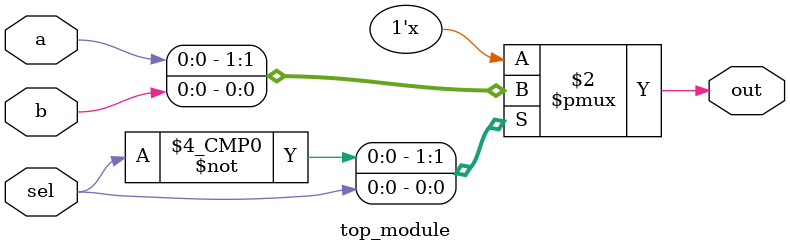
<source format=sv>
module top_module (
    input a,
    input b,
    input sel,
    output reg out
);

always @(*) begin
    case(sel)
        1'b0: out = a;
        1'b1: out = b;
        default: out = 1'bx;
    endcase
end

endmodule

</source>
